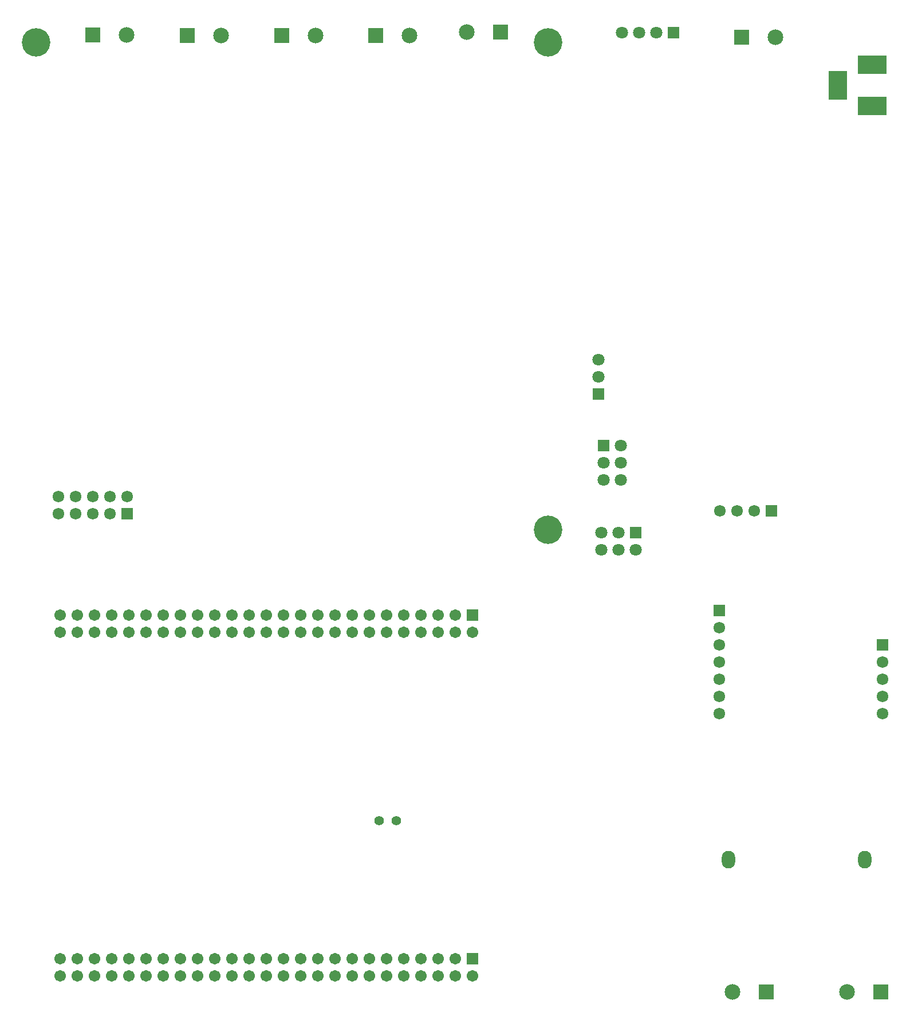
<source format=gbs>
G04 Layer_Color=16711935*
%FSTAX24Y24*%
%MOIN*%
G70*
G01*
G75*
%ADD51R,0.0907X0.0907*%
%ADD52C,0.0907*%
%ADD53C,0.0710*%
%ADD54R,0.0710X0.0710*%
%ADD55R,0.0710X0.0710*%
%ADD56C,0.1655*%
%ADD57R,0.1080X0.1680*%
%ADD58R,0.1680X0.1080*%
%ADD59R,0.0678X0.0678*%
%ADD60C,0.0678*%
%ADD61R,0.0678X0.0678*%
%ADD62C,0.0560*%
%ADD63O,0.0789X0.1025*%
%ADD64C,0.0674*%
%ADD65R,0.0674X0.0674*%
D51*
X039173Y108307D02*
D03*
X020928Y10811D02*
D03*
X031917D02*
D03*
X015433Y10815D02*
D03*
X026422Y10811D02*
D03*
X053189Y107992D02*
D03*
X054646Y052441D02*
D03*
X061293D02*
D03*
D52*
X037205Y108307D02*
D03*
X022896Y10811D02*
D03*
X033885D02*
D03*
X017402Y10815D02*
D03*
X028391Y10811D02*
D03*
X055157Y107992D02*
D03*
X052677Y052441D02*
D03*
X059325D02*
D03*
D53*
X046244Y108268D02*
D03*
X047244D02*
D03*
X048244D02*
D03*
X044882Y089228D02*
D03*
Y088228D02*
D03*
X047024Y078161D02*
D03*
X046024D02*
D03*
X045024D02*
D03*
X046024Y079161D02*
D03*
X045024D02*
D03*
X046169Y084228D02*
D03*
Y083228D02*
D03*
Y082228D02*
D03*
X045169Y083228D02*
D03*
Y082228D02*
D03*
D54*
X049244Y108268D02*
D03*
X047024Y079161D02*
D03*
D55*
X044882Y087228D02*
D03*
X045169Y084228D02*
D03*
D56*
X041929Y079331D02*
D03*
Y107717D02*
D03*
X012126D02*
D03*
D57*
X058817Y105207D02*
D03*
D58*
X060787Y106417D02*
D03*
X060797Y104017D02*
D03*
D59*
X054953Y080433D02*
D03*
X017449Y080276D02*
D03*
D60*
X053953Y080433D02*
D03*
X052953D02*
D03*
X051953D02*
D03*
X061417Y071638D02*
D03*
Y070638D02*
D03*
Y069638D02*
D03*
Y068638D02*
D03*
X05189D02*
D03*
Y069638D02*
D03*
Y070638D02*
D03*
Y071638D02*
D03*
Y073638D02*
D03*
Y072638D02*
D03*
X017449Y081276D02*
D03*
X016449D02*
D03*
X015449D02*
D03*
X014449D02*
D03*
X013449D02*
D03*
Y080276D02*
D03*
X014449D02*
D03*
X015449D02*
D03*
X016449D02*
D03*
D61*
X061417Y072638D02*
D03*
X05189Y074638D02*
D03*
D62*
X03311Y062402D02*
D03*
X03211D02*
D03*
D63*
X060386Y060118D02*
D03*
X052449D02*
D03*
D64*
X013551Y053358D02*
D03*
Y054358D02*
D03*
X014551Y053358D02*
D03*
Y054358D02*
D03*
X015551Y053358D02*
D03*
Y054358D02*
D03*
X016551Y053358D02*
D03*
Y054358D02*
D03*
X017551Y053358D02*
D03*
Y054358D02*
D03*
X018551Y053358D02*
D03*
Y054358D02*
D03*
X019551Y053358D02*
D03*
Y054358D02*
D03*
X020551Y053358D02*
D03*
Y054358D02*
D03*
X021551Y053358D02*
D03*
Y054358D02*
D03*
X022551Y053358D02*
D03*
Y054358D02*
D03*
X023551Y053358D02*
D03*
Y054358D02*
D03*
X024551Y053358D02*
D03*
Y054358D02*
D03*
X025551Y053358D02*
D03*
Y054358D02*
D03*
X026551Y053358D02*
D03*
Y054358D02*
D03*
X027551Y053358D02*
D03*
Y054358D02*
D03*
X028551Y053358D02*
D03*
Y054358D02*
D03*
X029551Y053358D02*
D03*
Y054358D02*
D03*
X030551Y053358D02*
D03*
Y054358D02*
D03*
X031551Y053358D02*
D03*
Y054358D02*
D03*
X032551Y053358D02*
D03*
Y054358D02*
D03*
X033551Y053358D02*
D03*
Y054358D02*
D03*
X034551Y053358D02*
D03*
Y054358D02*
D03*
X035551Y053358D02*
D03*
Y054358D02*
D03*
X036551Y053358D02*
D03*
Y054358D02*
D03*
X037551Y053358D02*
D03*
X013551Y073358D02*
D03*
Y074358D02*
D03*
X014551Y073358D02*
D03*
Y074358D02*
D03*
X015551Y073358D02*
D03*
Y074358D02*
D03*
X016551Y073358D02*
D03*
Y074358D02*
D03*
X017551Y073358D02*
D03*
Y074358D02*
D03*
X018551Y073358D02*
D03*
Y074358D02*
D03*
X019551Y073358D02*
D03*
Y074358D02*
D03*
X020551Y073358D02*
D03*
Y074358D02*
D03*
X021551Y073358D02*
D03*
Y074358D02*
D03*
X022551Y073358D02*
D03*
Y074358D02*
D03*
X023551Y073358D02*
D03*
Y074358D02*
D03*
X024551Y073358D02*
D03*
Y074358D02*
D03*
X025551Y073358D02*
D03*
Y074358D02*
D03*
X026551Y073358D02*
D03*
Y074358D02*
D03*
X027551Y073358D02*
D03*
Y074358D02*
D03*
X028551Y073358D02*
D03*
Y074358D02*
D03*
X029551Y073358D02*
D03*
Y074358D02*
D03*
X030551Y073358D02*
D03*
Y074358D02*
D03*
X031551Y073358D02*
D03*
Y074358D02*
D03*
X032551Y073358D02*
D03*
Y074358D02*
D03*
X033551Y073358D02*
D03*
Y074358D02*
D03*
X034551Y073358D02*
D03*
Y074358D02*
D03*
X035551Y073358D02*
D03*
Y074358D02*
D03*
X036551Y073358D02*
D03*
Y074358D02*
D03*
X037551Y073358D02*
D03*
D65*
Y054358D02*
D03*
Y074358D02*
D03*
M02*

</source>
